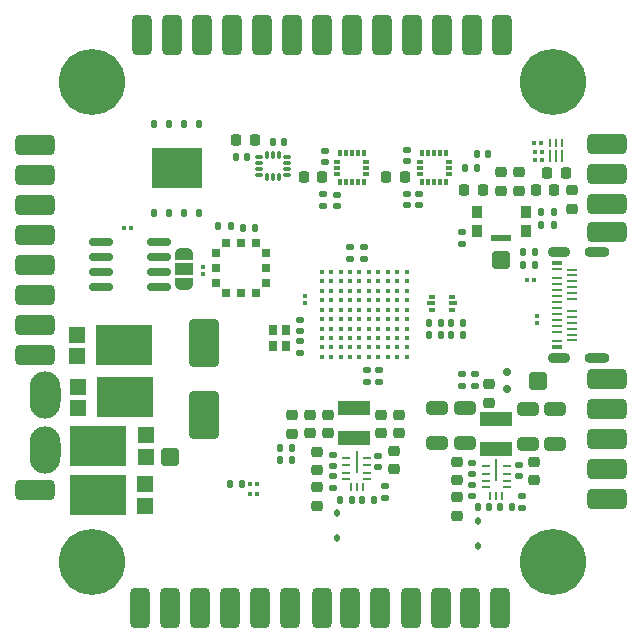
<source format=gbr>
%TF.GenerationSoftware,KiCad,Pcbnew,7.0.8*%
%TF.CreationDate,2024-02-20T09:26:03+00:00*%
%TF.ProjectId,CuttleBoard_8Layers,43757474-6c65-4426-9f61-72645f384c61,rev?*%
%TF.SameCoordinates,Original*%
%TF.FileFunction,Soldermask,Top*%
%TF.FilePolarity,Negative*%
%FSLAX46Y46*%
G04 Gerber Fmt 4.6, Leading zero omitted, Abs format (unit mm)*
G04 Created by KiCad (PCBNEW 7.0.8) date 2024-02-20 09:26:03*
%MOMM*%
%LPD*%
G01*
G04 APERTURE LIST*
G04 Aperture macros list*
%AMRoundRect*
0 Rectangle with rounded corners*
0 $1 Rounding radius*
0 $2 $3 $4 $5 $6 $7 $8 $9 X,Y pos of 4 corners*
0 Add a 4 corners polygon primitive as box body*
4,1,4,$2,$3,$4,$5,$6,$7,$8,$9,$2,$3,0*
0 Add four circle primitives for the rounded corners*
1,1,$1+$1,$2,$3*
1,1,$1+$1,$4,$5*
1,1,$1+$1,$6,$7*
1,1,$1+$1,$8,$9*
0 Add four rect primitives between the rounded corners*
20,1,$1+$1,$2,$3,$4,$5,0*
20,1,$1+$1,$4,$5,$6,$7,0*
20,1,$1+$1,$6,$7,$8,$9,0*
20,1,$1+$1,$8,$9,$2,$3,0*%
%AMFreePoly0*
4,1,19,0.550000,-0.750000,0.000000,-0.750000,0.000000,-0.744911,-0.071157,-0.744911,-0.207708,-0.704816,-0.327430,-0.627875,-0.420627,-0.520320,-0.479746,-0.390866,-0.500000,-0.250000,-0.500000,0.250000,-0.479746,0.390866,-0.420627,0.520320,-0.327430,0.627875,-0.207708,0.704816,-0.071157,0.744911,0.000000,0.744911,0.000000,0.750000,0.550000,0.750000,0.550000,-0.750000,0.550000,-0.750000,
$1*%
%AMFreePoly1*
4,1,19,0.000000,0.744911,0.071157,0.744911,0.207708,0.704816,0.327430,0.627875,0.420627,0.520320,0.479746,0.390866,0.500000,0.250000,0.500000,-0.250000,0.479746,-0.390866,0.420627,-0.520320,0.327430,-0.627875,0.207708,-0.704816,0.071157,-0.744911,0.000000,-0.744911,0.000000,-0.750000,-0.550000,-0.750000,-0.550000,0.750000,0.000000,0.750000,0.000000,0.744911,0.000000,0.744911,
$1*%
G04 Aperture macros list end*
%ADD10RoundRect,0.425000X-0.425000X-1.275000X0.425000X-1.275000X0.425000X1.275000X-0.425000X1.275000X0*%
%ADD11RoundRect,0.425000X0.425000X1.275000X-0.425000X1.275000X-0.425000X-1.275000X0.425000X-1.275000X0*%
%ADD12C,5.600000*%
%ADD13RoundRect,0.147500X0.172500X-0.147500X0.172500X0.147500X-0.172500X0.147500X-0.172500X-0.147500X0*%
%ADD14RoundRect,0.218750X-0.218750X-0.256250X0.218750X-0.256250X0.218750X0.256250X-0.218750X0.256250X0*%
%ADD15RoundRect,0.140000X-0.170000X0.140000X-0.170000X-0.140000X0.170000X-0.140000X0.170000X0.140000X0*%
%ADD16RoundRect,0.135000X-0.185000X0.135000X-0.185000X-0.135000X0.185000X-0.135000X0.185000X0.135000X0*%
%ADD17RoundRect,0.135000X-0.135000X-0.185000X0.135000X-0.185000X0.135000X0.185000X-0.135000X0.185000X0*%
%ADD18RoundRect,0.150000X-0.825000X-0.150000X0.825000X-0.150000X0.825000X0.150000X-0.825000X0.150000X0*%
%ADD19RoundRect,0.225000X-0.525000X-0.525000X0.525000X-0.525000X0.525000X0.525000X-0.525000X0.525000X0*%
%ADD20RoundRect,0.425000X1.275000X-0.425000X1.275000X0.425000X-1.275000X0.425000X-1.275000X-0.425000X0*%
%ADD21RoundRect,0.425000X-1.275000X0.425000X-1.275000X-0.425000X1.275000X-0.425000X1.275000X0.425000X0*%
%ADD22RoundRect,0.075000X0.075000X0.125000X-0.075000X0.125000X-0.075000X-0.125000X0.075000X-0.125000X0*%
%ADD23RoundRect,0.147500X0.147500X0.172500X-0.147500X0.172500X-0.147500X-0.172500X0.147500X-0.172500X0*%
%ADD24R,0.660400X0.711200*%
%ADD25R,0.711200X0.660400*%
%ADD26RoundRect,0.140000X-0.140000X-0.170000X0.140000X-0.170000X0.140000X0.170000X-0.140000X0.170000X0*%
%ADD27R,1.400000X1.390000*%
%ADD28R,4.860000X3.360000*%
%ADD29R,0.800000X0.900000*%
%ADD30RoundRect,0.218750X-0.256250X0.218750X-0.256250X-0.218750X0.256250X-0.218750X0.256250X0.218750X0*%
%ADD31RoundRect,0.140000X0.170000X-0.140000X0.170000X0.140000X-0.170000X0.140000X-0.170000X-0.140000X0*%
%ADD32RoundRect,0.135000X0.135000X0.185000X-0.135000X0.185000X-0.135000X-0.185000X0.135000X-0.185000X0*%
%ADD33RoundRect,0.075000X-0.075000X-0.125000X0.075000X-0.125000X0.075000X0.125000X-0.075000X0.125000X0*%
%ADD34RoundRect,0.218750X0.256250X-0.218750X0.256250X0.218750X-0.256250X0.218750X-0.256250X-0.218750X0*%
%ADD35RoundRect,0.225000X0.225000X0.250000X-0.225000X0.250000X-0.225000X-0.250000X0.225000X-0.250000X0*%
%ADD36C,0.500000*%
%ADD37O,2.600000X4.000000*%
%ADD38O,2.000000X3.000000*%
%ADD39FreePoly0,270.000000*%
%ADD40R,1.500000X1.000000*%
%ADD41FreePoly1,270.000000*%
%ADD42RoundRect,0.062500X0.237500X-0.062500X0.237500X0.062500X-0.237500X0.062500X-0.237500X-0.062500X0*%
%ADD43RoundRect,0.062500X0.062500X0.237500X-0.062500X0.237500X-0.062500X-0.237500X0.062500X-0.237500X0*%
%ADD44RoundRect,0.062500X-0.062500X-0.850000X0.062500X-0.850000X0.062500X0.850000X-0.062500X0.850000X0*%
%ADD45R,2.800000X1.200000*%
%ADD46RoundRect,0.225000X0.250000X-0.225000X0.250000X0.225000X-0.250000X0.225000X-0.250000X-0.225000X0*%
%ADD47RoundRect,0.218750X0.218750X0.256250X-0.218750X0.256250X-0.218750X-0.256250X0.218750X-0.256250X0*%
%ADD48RoundRect,0.250000X-0.650000X0.325000X-0.650000X-0.325000X0.650000X-0.325000X0.650000X0.325000X0*%
%ADD49R,0.812800X0.330200*%
%ADD50R,0.812800X0.279400*%
%ADD51O,2.108200X0.914400*%
%ADD52O,1.905000X0.914400*%
%ADD53RoundRect,0.140000X0.140000X0.170000X-0.140000X0.170000X-0.140000X-0.170000X0.140000X-0.170000X0*%
%ADD54C,0.400000*%
%ADD55RoundRect,0.225000X-0.250000X0.225000X-0.250000X-0.225000X0.250000X-0.225000X0.250000X0.225000X0*%
%ADD56RoundRect,0.087500X0.225000X0.087500X-0.225000X0.087500X-0.225000X-0.087500X0.225000X-0.087500X0*%
%ADD57RoundRect,0.087500X0.087500X0.225000X-0.087500X0.225000X-0.087500X-0.225000X0.087500X-0.225000X0*%
%ADD58R,0.900000X1.000000*%
%ADD59R,1.700000X0.550000*%
%ADD60RoundRect,0.087500X0.087500X-0.187500X0.087500X0.187500X-0.087500X0.187500X-0.087500X-0.187500X0*%
%ADD61RoundRect,0.087500X0.187500X-0.087500X0.187500X0.087500X-0.187500X0.087500X-0.187500X-0.087500X0*%
%ADD62RoundRect,0.125000X0.125000X-0.200000X0.125000X0.200000X-0.125000X0.200000X-0.125000X-0.200000X0*%
%ADD63R,4.300000X3.400000*%
%ADD64RoundRect,0.075000X0.125000X-0.075000X0.125000X0.075000X-0.125000X0.075000X-0.125000X-0.075000X0*%
%ADD65RoundRect,0.135000X0.185000X-0.135000X0.185000X0.135000X-0.185000X0.135000X-0.185000X-0.135000X0*%
%ADD66RoundRect,0.150000X-0.200000X0.150000X-0.200000X-0.150000X0.200000X-0.150000X0.200000X0.150000X0*%
%ADD67R,0.500000X0.375000*%
%ADD68R,0.650000X0.300000*%
%ADD69RoundRect,0.075000X-0.125000X0.075000X-0.125000X-0.075000X0.125000X-0.075000X0.125000X0.075000X0*%
%ADD70RoundRect,0.112500X-0.112500X0.187500X-0.112500X-0.187500X0.112500X-0.187500X0.112500X0.187500X0*%
%ADD71RoundRect,0.250000X1.000000X-1.750000X1.000000X1.750000X-1.000000X1.750000X-1.000000X-1.750000X0*%
%ADD72RoundRect,0.050000X-0.075000X0.250000X-0.075000X-0.250000X0.075000X-0.250000X0.075000X0.250000X0*%
%ADD73RoundRect,0.040000X-0.060000X0.460000X-0.060000X-0.460000X0.060000X-0.460000X0.060000X0.460000X0*%
G04 APERTURE END LIST*
D10*
%TO.C,5V*%
X135240000Y-74772600D03*
D11*
X135240000Y-74772800D03*
%TD*%
D12*
%TO.C,H4*%
X142100000Y-78700000D03*
%TD*%
D13*
%TO.C,D3*%
X134425000Y-104427250D03*
X134425000Y-103457250D03*
%TD*%
D14*
%TO.C,FB7*%
X134612500Y-87900000D03*
X136187500Y-87900000D03*
%TD*%
D15*
%TO.C,C40*%
X129725000Y-88200000D03*
X129725000Y-89160000D03*
%TD*%
D16*
%TO.C,R21*%
X126100000Y-92690000D03*
X126100000Y-93710000D03*
%TD*%
D17*
%TO.C,R3*%
X115865000Y-91100000D03*
X116885000Y-91100000D03*
%TD*%
%TO.C,R23*%
X141140000Y-89750000D03*
X142160000Y-89750000D03*
%TD*%
D18*
%TO.C,U20*%
X103825000Y-92295000D03*
X103825000Y-93565000D03*
X103825000Y-94835000D03*
X103825000Y-96105000D03*
X108775000Y-96105000D03*
X108775000Y-94835000D03*
X108775000Y-93565000D03*
X108775000Y-92295000D03*
%TD*%
D16*
%TO.C,R20*%
X134400000Y-91379476D03*
X134400000Y-92399476D03*
%TD*%
D10*
%TO.C,GND*%
X127508000Y-123222100D03*
D11*
X127508000Y-123222300D03*
%TD*%
D19*
%TO.C,TP6*%
X109650000Y-110475000D03*
%TD*%
D20*
%TO.C,TP28*%
X98289800Y-101840000D03*
D21*
X98290000Y-101840000D03*
%TD*%
D22*
%TO.C,R17*%
X141100000Y-83917500D03*
X140500000Y-83917500D03*
%TD*%
D20*
%TO.C,GND*%
X146699800Y-106380000D03*
D21*
X146700000Y-106380000D03*
%TD*%
D17*
%TO.C,R6*%
X131580000Y-99107500D03*
X132600000Y-99107500D03*
%TD*%
D19*
%TO.C,TP88*%
X140850000Y-104050000D03*
%TD*%
D15*
%TO.C,C41*%
X123808800Y-88251800D03*
X123808800Y-89211800D03*
%TD*%
D10*
%TO.C,12V*%
X107188000Y-123222100D03*
D11*
X107188000Y-123222300D03*
%TD*%
D10*
%TO.C,GND*%
X109728000Y-123222100D03*
D11*
X109728000Y-123222300D03*
%TD*%
D10*
%TO.C,TX*%
X124968000Y-123222100D03*
D11*
X124968000Y-123222300D03*
%TD*%
D23*
%TO.C,D5*%
X136635000Y-84800000D03*
X135665000Y-84800000D03*
%TD*%
D10*
%TO.C,GND*%
X114808000Y-123222100D03*
D11*
X114808000Y-123222300D03*
%TD*%
D24*
%TO.C,U7*%
X114430000Y-92350002D03*
X115700000Y-92350002D03*
X116970000Y-92350002D03*
D25*
X117799945Y-93180000D03*
X117799945Y-94450000D03*
X117799945Y-95720000D03*
D24*
X116970000Y-96549998D03*
X115700000Y-96549998D03*
X114430000Y-96549998D03*
D25*
X113600055Y-95720000D03*
X113600055Y-94450000D03*
X113600055Y-93180000D03*
%TD*%
D26*
%TO.C,C4*%
X135770000Y-114742250D03*
X136730000Y-114742250D03*
%TD*%
D20*
%TO.C,5V*%
X146699800Y-103840000D03*
D21*
X146700000Y-103840000D03*
%TD*%
D27*
%TO.C,D6*%
X101825000Y-100110000D03*
X101825000Y-101950000D03*
D28*
X105807000Y-101030000D03*
%TD*%
D29*
%TO.C,Y1*%
X119485000Y-101100000D03*
X119485000Y-99700000D03*
X118385000Y-99700000D03*
X118385000Y-101100000D03*
%TD*%
D15*
%TO.C,C9*%
X120710000Y-98840000D03*
X120710000Y-99800000D03*
%TD*%
D17*
%TO.C,R4*%
X131590000Y-100100000D03*
X132610000Y-100100000D03*
%TD*%
D30*
%TO.C,FB3*%
X136730000Y-104312500D03*
X136730000Y-105887500D03*
%TD*%
D31*
%TO.C,C1*%
X129789400Y-85430000D03*
X129789400Y-84470000D03*
%TD*%
D32*
%TO.C,R13*%
X126960000Y-114075000D03*
X125940000Y-114075000D03*
%TD*%
D33*
%TO.C,R16*%
X140550000Y-85367500D03*
X141150000Y-85367500D03*
%TD*%
D34*
%TO.C,FB2*%
X122125000Y-114587500D03*
X122125000Y-113012500D03*
%TD*%
D16*
%TO.C,R12*%
X127850000Y-112940000D03*
X127850000Y-113960000D03*
%TD*%
D10*
%TO.C,12V*%
X107300000Y-74765500D03*
D11*
X107300000Y-74765700D03*
%TD*%
D16*
%TO.C,R10*%
X139500000Y-113732250D03*
X139500000Y-114752250D03*
%TD*%
D31*
%TO.C,C54*%
X135275000Y-111922250D03*
X135275000Y-110962250D03*
%TD*%
D10*
%TO.C,SCL*%
X120000000Y-74778100D03*
D11*
X120000000Y-74778300D03*
%TD*%
D20*
%TO.C,CLK*%
X146702900Y-111460000D03*
D21*
X146703100Y-111460000D03*
%TD*%
D15*
%TO.C,C6*%
X135275000Y-112812250D03*
X135275000Y-113772250D03*
%TD*%
D35*
%TO.C,C46*%
X122577200Y-86748000D03*
X121027200Y-86748000D03*
%TD*%
D20*
%TO.C,GND*%
X98289800Y-86600000D03*
D21*
X98290000Y-86600000D03*
%TD*%
D10*
%TO.C,GND*%
X137780000Y-74782900D03*
D11*
X137780000Y-74783100D03*
%TD*%
D20*
%TO.C,IO*%
X146700000Y-114000000D03*
D21*
X146700200Y-114000000D03*
%TD*%
D20*
%TO.C,SCL*%
X98289800Y-96760000D03*
D21*
X98290000Y-96760000D03*
%TD*%
D36*
%TO.C,TP1*%
X99200000Y-111600000D03*
X99800000Y-111400000D03*
X98600000Y-111300000D03*
X98200000Y-110700000D03*
X98200000Y-110000000D03*
D37*
X99100000Y-109900000D03*
D38*
X99400000Y-109900000D03*
%TD*%
D39*
%TO.C,JP1*%
X110900000Y-93250000D03*
D40*
X110900000Y-94550000D03*
D41*
X110900000Y-95850000D03*
%TD*%
D31*
%TO.C,C56*%
X123525000Y-111230000D03*
X123525000Y-110270000D03*
%TD*%
D17*
%TO.C,R2*%
X113790000Y-90950000D03*
X114810000Y-90950000D03*
%TD*%
D23*
%TO.C,D4*%
X134485000Y-99100000D03*
X133515000Y-99100000D03*
%TD*%
D35*
%TO.C,C44*%
X116850000Y-83600000D03*
X115300000Y-83600000D03*
%TD*%
D34*
%TO.C,FB1*%
X134025000Y-115429750D03*
X134025000Y-113854750D03*
%TD*%
D10*
%TO.C,RX*%
X127620000Y-74772600D03*
D11*
X127620000Y-74772800D03*
%TD*%
D42*
%TO.C,U1*%
X136400000Y-111230250D03*
X136400000Y-111880250D03*
X136400000Y-112530250D03*
X136400000Y-113030250D03*
D43*
X136800000Y-113755250D03*
X137300000Y-113755250D03*
X137800000Y-113755250D03*
D42*
X138200000Y-113030250D03*
X138200000Y-112530250D03*
X138200000Y-111880250D03*
X138200000Y-111230250D03*
D44*
X137300000Y-111567250D03*
%TD*%
D20*
%TO.C,SDA*%
X98289800Y-99300000D03*
D21*
X98290000Y-99300000D03*
%TD*%
D45*
%TO.C,L2*%
X125300000Y-108840000D03*
X125300000Y-106340000D03*
%TD*%
D20*
%TO.C,RX*%
X98289800Y-89140000D03*
D21*
X98290000Y-89140000D03*
%TD*%
D46*
%TO.C,C3*%
X134025000Y-112442250D03*
X134025000Y-110892250D03*
%TD*%
%TO.C,C2*%
X140525000Y-112442250D03*
X140525000Y-110892250D03*
%TD*%
%TO.C,C10*%
X128625000Y-111525000D03*
X128625000Y-109975000D03*
%TD*%
D10*
%TO.C,RX*%
X130050000Y-123220000D03*
D11*
X130050000Y-123220200D03*
%TD*%
D20*
%TO.C,NRST*%
X146699800Y-108920000D03*
D21*
X146700000Y-108920000D03*
%TD*%
D46*
%TO.C,C12*%
X122125000Y-111575000D03*
X122125000Y-110025000D03*
%TD*%
D47*
%TO.C,L4*%
X142237500Y-87900000D03*
X140662500Y-87900000D03*
%TD*%
D17*
%TO.C,R29*%
X114749000Y-112776000D03*
X115769000Y-112776000D03*
%TD*%
D10*
%TO.C,GND*%
X132700000Y-74772600D03*
D11*
X132700000Y-74772800D03*
%TD*%
D48*
%TO.C,C17*%
X132325000Y-106342250D03*
X132325000Y-109292250D03*
%TD*%
D49*
%TO.C,J1*%
X142472140Y-101150000D03*
X142472140Y-94050000D03*
D50*
X142472201Y-100650032D03*
X142472201Y-99849932D03*
X142472201Y-99350060D03*
X142472201Y-98849934D03*
X142472201Y-98349808D03*
X142472201Y-97849682D03*
X142472201Y-97349556D03*
X142472201Y-96849430D03*
X142472201Y-96349304D03*
X142472201Y-95849178D03*
X142472201Y-95350068D03*
X142472201Y-94549968D03*
X143722201Y-94600006D03*
X143722201Y-95100132D03*
X143722201Y-95600258D03*
X143722201Y-96100384D03*
X143722201Y-96600510D03*
X143722201Y-97100636D03*
X143722201Y-98100126D03*
X143722201Y-98600252D03*
X143722201Y-99100378D03*
X143722201Y-99600504D03*
X143722201Y-100100630D03*
X143722201Y-100600756D03*
D51*
X145847200Y-93150000D03*
X145847200Y-102050000D03*
D52*
X142647199Y-93150000D03*
X142647199Y-102050000D03*
%TD*%
D20*
%TO.C,SDA*%
X146706000Y-86495000D03*
D21*
X146706200Y-86495000D03*
%TD*%
D10*
%TO.C,5V*%
X137668000Y-123216400D03*
D11*
X137668000Y-123216600D03*
%TD*%
D12*
%TO.C,H3*%
X103100000Y-78700000D03*
%TD*%
D36*
%TO.C,TP2*%
X99200000Y-106900000D03*
X99800000Y-106700000D03*
X98600000Y-106600000D03*
X98200000Y-106000000D03*
X98200000Y-105300000D03*
D37*
X99100000Y-105200000D03*
D38*
X99400000Y-105200000D03*
%TD*%
D15*
%TO.C,C42*%
X122665800Y-88221200D03*
X122665800Y-89181200D03*
%TD*%
D10*
%TO.C,GND*%
X119888000Y-123222100D03*
D11*
X119888000Y-123222300D03*
%TD*%
D53*
%TO.C,C43*%
X119330000Y-83825000D03*
X118370000Y-83825000D03*
%TD*%
D54*
%TO.C,U2*%
X122525000Y-94800000D03*
X123325000Y-94800000D03*
X124125000Y-94800000D03*
X124925000Y-94800000D03*
X125725000Y-94800000D03*
X126525000Y-94800000D03*
X127325000Y-94800000D03*
X128125000Y-94800000D03*
X128925000Y-94800000D03*
X129725000Y-94800000D03*
X122525000Y-95600000D03*
X123325000Y-95600000D03*
X124125000Y-95600000D03*
X124925000Y-95600000D03*
X125725000Y-95600000D03*
X126525000Y-95600000D03*
X127325000Y-95600000D03*
X128125000Y-95600000D03*
X128925000Y-95600000D03*
X129725000Y-95600000D03*
X122525000Y-96400000D03*
X123325000Y-96400000D03*
X124125000Y-96400000D03*
X124925000Y-96400000D03*
X125725000Y-96400000D03*
X126525000Y-96400000D03*
X127325000Y-96400000D03*
X128125000Y-96400000D03*
X128925000Y-96400000D03*
X129725000Y-96400000D03*
X122525000Y-97200000D03*
X123325000Y-97200000D03*
X124125000Y-97200000D03*
X124925000Y-97200000D03*
X125725000Y-97200000D03*
X126525000Y-97200000D03*
X127325000Y-97200000D03*
X128125000Y-97200000D03*
X128925000Y-97200000D03*
X129725000Y-97200000D03*
X122525000Y-98000000D03*
X123325000Y-98000000D03*
X124125000Y-98000000D03*
X124925000Y-98000000D03*
X125725000Y-98000000D03*
X126525000Y-98000000D03*
X127325000Y-98000000D03*
X128125000Y-98000000D03*
X128925000Y-98000000D03*
X129725000Y-98000000D03*
X122525000Y-98800000D03*
X123325000Y-98800000D03*
X124125000Y-98800000D03*
X124925000Y-98800000D03*
X125725000Y-98800000D03*
X126525000Y-98800000D03*
X127325000Y-98800000D03*
X128125000Y-98800000D03*
X128925000Y-98800000D03*
X129725000Y-98800000D03*
X122525000Y-99600000D03*
X123325000Y-99600000D03*
X124125000Y-99600000D03*
X124925000Y-99600000D03*
X125725000Y-99600000D03*
X126525000Y-99600000D03*
X127325000Y-99600000D03*
X128125000Y-99600000D03*
X128925000Y-99600000D03*
X129725000Y-99600000D03*
X122525000Y-100400000D03*
X123325000Y-100400000D03*
X124125000Y-100400000D03*
X124925000Y-100400000D03*
X125725000Y-100400000D03*
X126525000Y-100400000D03*
X127325000Y-100400000D03*
X128125000Y-100400000D03*
X128925000Y-100400000D03*
X129725000Y-100400000D03*
X122525000Y-101200000D03*
X123325000Y-101200000D03*
X124125000Y-101200000D03*
X124925000Y-101200000D03*
X125725000Y-101200000D03*
X126525000Y-101200000D03*
X127325000Y-101200000D03*
X128125000Y-101200000D03*
X128925000Y-101200000D03*
X129725000Y-101200000D03*
X122525000Y-102000000D03*
X123325000Y-102000000D03*
X124125000Y-102000000D03*
X124925000Y-102000000D03*
X125725000Y-102000000D03*
X126525000Y-102000000D03*
X127325000Y-102000000D03*
X128125000Y-102000000D03*
X128925000Y-102000000D03*
X129725000Y-102000000D03*
%TD*%
D32*
%TO.C,R11*%
X138610000Y-114742250D03*
X137590000Y-114742250D03*
%TD*%
D20*
%TO.C,TP29*%
X98289800Y-94220000D03*
D21*
X98290000Y-94220000D03*
%TD*%
D55*
%TO.C,C52*%
X127575000Y-106925000D03*
X127575000Y-108475000D03*
%TD*%
D33*
%TO.C,C24*%
X116459000Y-113576000D03*
X117059000Y-113576000D03*
%TD*%
D56*
%TO.C,U17*%
X119551700Y-86580800D03*
X119551700Y-86080800D03*
X119551700Y-85580800D03*
X119551700Y-85080800D03*
D57*
X118889200Y-84918300D03*
X118389200Y-84918300D03*
X117889200Y-84918300D03*
D56*
X117226700Y-85080800D03*
X117226700Y-85580800D03*
X117226700Y-86080800D03*
X117226700Y-86580800D03*
D57*
X117889200Y-86743300D03*
X118389200Y-86743300D03*
X118889200Y-86743300D03*
%TD*%
D10*
%TO.C,RX*%
X122521800Y-123222100D03*
D11*
X122521800Y-123222300D03*
%TD*%
D58*
%TO.C,SW1*%
X139800000Y-91300000D03*
X135700000Y-91300000D03*
X139800000Y-89700000D03*
X135700000Y-89700000D03*
D59*
X137750000Y-91925000D03*
%TD*%
D20*
%TO.C,TX*%
X98289800Y-91680000D03*
D21*
X98290000Y-91680000D03*
%TD*%
D31*
%TO.C,C55*%
X127325000Y-111305000D03*
X127325000Y-110345000D03*
%TD*%
D10*
%TO.C,3.3V*%
X117348000Y-123222100D03*
D11*
X117348000Y-123222300D03*
%TD*%
D15*
%TO.C,C15*%
X123525000Y-112120000D03*
X123525000Y-113080000D03*
%TD*%
D31*
%TO.C,C18*%
X139240000Y-112080000D03*
X139240000Y-111120000D03*
%TD*%
D27*
%TO.C,D10*%
X107575000Y-114590000D03*
X107575000Y-112750000D03*
D28*
X103593000Y-113670000D03*
%TD*%
D34*
%TO.C,FB6*%
X143700000Y-89442500D03*
X143700000Y-87867500D03*
%TD*%
D33*
%TO.C,R30*%
X116459000Y-112776000D03*
X117059000Y-112776000D03*
%TD*%
D60*
%TO.C,U4*%
X131050000Y-87200000D03*
X131550000Y-87200000D03*
X132050000Y-87200000D03*
X132550000Y-87200000D03*
X133050000Y-87200000D03*
D61*
X133275000Y-86475000D03*
X133275000Y-85975000D03*
X133275000Y-85475000D03*
D60*
X133050000Y-84750000D03*
X132550000Y-84750000D03*
X132050000Y-84750000D03*
X131550000Y-84750000D03*
X131050000Y-84750000D03*
D61*
X130825000Y-85475000D03*
X130825000Y-85975000D03*
X130825000Y-86475000D03*
%TD*%
D23*
%TO.C,D1*%
X119985000Y-110750000D03*
X119015000Y-110750000D03*
%TD*%
D27*
%TO.C,D9*%
X107613000Y-110470000D03*
X107613000Y-108630000D03*
D28*
X103631000Y-109550000D03*
%TD*%
D53*
%TO.C,C45*%
X116204800Y-85070700D03*
X115244800Y-85070700D03*
%TD*%
D48*
%TO.C,C11*%
X134625000Y-106342250D03*
X134625000Y-109292250D03*
%TD*%
D17*
%TO.C,R15*%
X139590000Y-94200000D03*
X140610000Y-94200000D03*
%TD*%
D60*
%TO.C,U16*%
X124074200Y-87215800D03*
X124574200Y-87215800D03*
X125074200Y-87215800D03*
X125574200Y-87215800D03*
X126074200Y-87215800D03*
D61*
X126299200Y-86490800D03*
X126299200Y-85990800D03*
X126299200Y-85490800D03*
D60*
X126074200Y-84765800D03*
X125574200Y-84765800D03*
X125074200Y-84765800D03*
X124574200Y-84765800D03*
X124074200Y-84765800D03*
D61*
X123849200Y-85490800D03*
X123849200Y-85990800D03*
X123849200Y-86490800D03*
%TD*%
D19*
%TO.C,TP81*%
X137750000Y-93750000D03*
%TD*%
D46*
%TO.C,C28*%
X139200000Y-87925000D03*
X139200000Y-86375000D03*
%TD*%
D22*
%TO.C,C49*%
X106400000Y-91050000D03*
X105800000Y-91050000D03*
%TD*%
D46*
%TO.C,C29*%
X137700000Y-87925000D03*
X137700000Y-86375000D03*
%TD*%
D62*
%TO.C,IC1*%
X108360000Y-89775000D03*
X109630000Y-89775000D03*
X110900000Y-89775000D03*
X112170000Y-89775000D03*
X112170000Y-82275000D03*
X110900000Y-82275000D03*
X109630000Y-82275000D03*
X108360000Y-82275000D03*
D63*
X110265000Y-86025000D03*
%TD*%
D10*
%TO.C,GND*%
X125080000Y-74779300D03*
D11*
X125080000Y-74779500D03*
%TD*%
D12*
%TO.C,H2*%
X103100000Y-119400000D03*
%TD*%
D33*
%TO.C,R27*%
X139900000Y-95525000D03*
X140500000Y-95525000D03*
%TD*%
D23*
%TO.C,D2*%
X134485000Y-100100000D03*
X133515000Y-100100000D03*
%TD*%
D15*
%TO.C,C39*%
X130750000Y-88200000D03*
X130750000Y-89160000D03*
%TD*%
D17*
%TO.C,R22*%
X141140000Y-90800000D03*
X142160000Y-90800000D03*
%TD*%
D42*
%TO.C,U3*%
X124605000Y-110525000D03*
X124605000Y-111175000D03*
X124605000Y-111825000D03*
X124605000Y-112325000D03*
D43*
X125005000Y-113050000D03*
X125505000Y-113050000D03*
X126005000Y-113050000D03*
D42*
X126405000Y-112325000D03*
X126405000Y-111825000D03*
X126405000Y-111175000D03*
X126405000Y-110525000D03*
D44*
X125505000Y-110862000D03*
%TD*%
D20*
%TO.C,SCL*%
X146706000Y-89035000D03*
D21*
X146706200Y-89035000D03*
%TD*%
D64*
%TO.C,R26*%
X140750000Y-99150000D03*
X140750000Y-98550000D03*
%TD*%
D65*
%TO.C,R5*%
X135475000Y-104452250D03*
X135475000Y-103432250D03*
%TD*%
D66*
%TO.C,D12*%
X138200000Y-104700000D03*
X138200000Y-103300000D03*
%TD*%
D67*
%TO.C,U19*%
X131849600Y-96912500D03*
D68*
X131774600Y-97450000D03*
D67*
X131849600Y-97987500D03*
X133549600Y-97987500D03*
D68*
X133624600Y-97450000D03*
D67*
X133549600Y-96912500D03*
%TD*%
D15*
%TO.C,C7*%
X120710000Y-100665000D03*
X120710000Y-101625000D03*
%TD*%
D21*
%TO.C,GND*%
X146710200Y-91440000D03*
D20*
X146710000Y-91440000D03*
%TD*%
D31*
%TO.C,C30*%
X122843600Y-85500800D03*
X122843600Y-84540800D03*
%TD*%
D10*
%TO.C,GND*%
X117460000Y-74771400D03*
D11*
X117460000Y-74771600D03*
%TD*%
D69*
%TO.C,R9*%
X121125000Y-96825000D03*
X121125000Y-97425000D03*
%TD*%
D10*
%TO.C,SDA*%
X122540000Y-74778100D03*
D11*
X122540000Y-74778300D03*
%TD*%
D70*
%TO.C,D11*%
X123825000Y-115200000D03*
X123825000Y-117300000D03*
%TD*%
D10*
%TO.C,3.3V*%
X112380000Y-74765500D03*
D11*
X112380000Y-74765700D03*
%TD*%
D32*
%TO.C,R1*%
X120020000Y-109726250D03*
X119000000Y-109726250D03*
%TD*%
D34*
%TO.C,FB5*%
X119987500Y-108502500D03*
X119987500Y-106927500D03*
%TD*%
D33*
%TO.C,C27*%
X140550000Y-84667500D03*
X141150000Y-84667500D03*
%TD*%
D65*
%TO.C,R19*%
X126375000Y-104110000D03*
X126375000Y-103090000D03*
%TD*%
D55*
%TO.C,C51*%
X121525000Y-106925000D03*
X121525000Y-108475000D03*
%TD*%
D17*
%TO.C,R7*%
X134640000Y-86000000D03*
X135660000Y-86000000D03*
%TD*%
D10*
%TO.C,3.3V*%
X114920000Y-74765500D03*
D11*
X114920000Y-74765700D03*
%TD*%
D69*
%TO.C,C20*%
X112520000Y-94350000D03*
X112520000Y-94950000D03*
%TD*%
D71*
%TO.C,C5*%
X112600000Y-106950000D03*
X112600000Y-100850000D03*
%TD*%
D70*
%TO.C,D7*%
X135750000Y-115867250D03*
X135750000Y-117967250D03*
%TD*%
D55*
%TO.C,C50*%
X129050000Y-106925000D03*
X129050000Y-108475000D03*
%TD*%
D16*
%TO.C,R8*%
X124950000Y-92690000D03*
X124950000Y-93710000D03*
%TD*%
D35*
%TO.C,C26*%
X143175000Y-86400000D03*
X141625000Y-86400000D03*
%TD*%
D20*
%TO.C,3.3V*%
X98289800Y-84060000D03*
D21*
X98290000Y-84060000D03*
%TD*%
D10*
%TO.C,TX*%
X132590000Y-123220000D03*
D11*
X132590000Y-123220200D03*
%TD*%
D20*
%TO.C,GND*%
X98289800Y-113300000D03*
D21*
X98290000Y-113300000D03*
%TD*%
D20*
%TO.C,GND*%
X146702900Y-83960000D03*
D21*
X146703100Y-83960000D03*
%TD*%
D10*
%TO.C,3.3V*%
X112268000Y-123222100D03*
D11*
X112268000Y-123222300D03*
%TD*%
D10*
%TO.C,GND*%
X135128000Y-123216400D03*
D11*
X135128000Y-123216600D03*
%TD*%
D12*
%TO.C,H1*%
X142100000Y-119400000D03*
%TD*%
D35*
%TO.C,C47*%
X129550000Y-86750000D03*
X128000000Y-86750000D03*
%TD*%
D10*
%TO.C,TX*%
X130160000Y-74766700D03*
D11*
X130160000Y-74766900D03*
%TD*%
D72*
%TO.C,U15*%
X142900000Y-83917500D03*
X142400000Y-83917500D03*
X141900000Y-83917500D03*
D73*
X141900000Y-85017500D03*
X142400000Y-85017500D03*
X142900000Y-85017500D03*
%TD*%
D48*
%TO.C,C8*%
X142325000Y-106392250D03*
X142325000Y-109342250D03*
%TD*%
D55*
%TO.C,C53*%
X123025000Y-106925000D03*
X123025000Y-108475000D03*
%TD*%
D27*
%TO.C,D8*%
X101877000Y-104510000D03*
X101877000Y-106350000D03*
D28*
X105859000Y-105430000D03*
%TD*%
D26*
%TO.C,C13*%
X124120000Y-114100000D03*
X125080000Y-114100000D03*
%TD*%
D65*
%TO.C,R18*%
X127400000Y-104110000D03*
X127400000Y-103090000D03*
%TD*%
D45*
%TO.C,L1*%
X137330000Y-109790000D03*
X137330000Y-107290000D03*
%TD*%
D48*
%TO.C,C25*%
X140025000Y-106392250D03*
X140025000Y-109342250D03*
%TD*%
D10*
%TO.C,GND*%
X109840000Y-74765500D03*
D11*
X109840000Y-74765700D03*
%TD*%
D32*
%TO.C,R14*%
X140585000Y-93125000D03*
X139565000Y-93125000D03*
%TD*%
M02*

</source>
